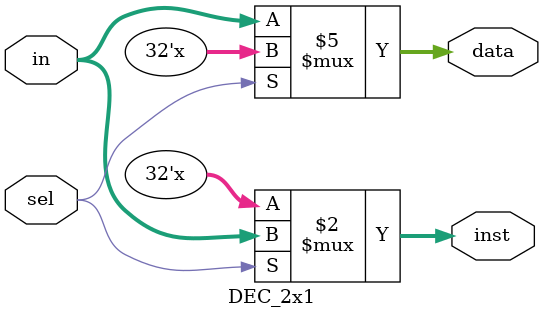
<source format=v>
`timescale 1ns / 1ps


module DEC_2x1(
input [31:0] in,
input sel, 
output reg [31:0] data, inst
    );

    always @ * begin
        case(sel)
            1'b0: data <= in;
            1'b1: inst <= in;
        endcase
    end
endmodule

</source>
